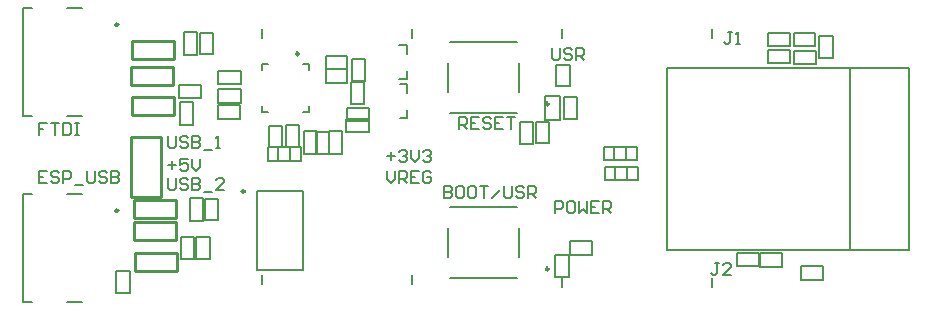
<source format=gto>
G04*
G04 #@! TF.GenerationSoftware,Altium Limited,Altium Designer,24.3.1 (35)*
G04*
G04 Layer_Color=65535*
%FSLAX25Y25*%
%MOIN*%
G70*
G04*
G04 #@! TF.SameCoordinates,18358673-9EB0-4F65-8AD0-3A3BFD57A4A7*
G04*
G04*
G04 #@! TF.FilePolarity,Positive*
G04*
G01*
G75*
%ADD10C,0.00984*%
%ADD11C,0.01000*%
%ADD12C,0.00600*%
%ADD13C,0.00787*%
%ADD14C,0.00500*%
%ADD15C,0.00800*%
D10*
X70386Y41992D02*
G03*
X70386Y41992I-492J0D01*
G01*
X88429Y87860D02*
G03*
X88429Y87860I-492J0D01*
G01*
X171752Y16142D02*
G03*
X171752Y16142I-492J0D01*
G01*
X28284Y35587D02*
G03*
X28284Y35587I-492J0D01*
G01*
Y97587D02*
G03*
X28284Y97587I-492J0D01*
G01*
X171752Y71142D02*
G03*
X171752Y71142I-492J0D01*
G01*
D11*
X42500Y40000D02*
Y60000D01*
X32500D02*
X42500D01*
X32500Y40000D02*
Y60000D01*
Y40000D02*
X42500D01*
X32700Y86200D02*
X46700D01*
X32700D02*
Y92200D01*
X46700D01*
Y86200D02*
Y92200D01*
X47800Y15400D02*
Y21400D01*
X33800D02*
X47800D01*
X33800Y15400D02*
Y21400D01*
Y15400D02*
X47800D01*
X46900Y67500D02*
Y73500D01*
X32900D02*
X46900D01*
X32900Y67500D02*
Y73500D01*
Y67500D02*
X46900D01*
X33500Y33100D02*
X47500D01*
X33500D02*
Y39100D01*
X47500D01*
Y33100D02*
Y39100D01*
X33500Y25900D02*
X47500D01*
X33500D02*
Y31900D01*
X47500D01*
Y25900D02*
Y31900D01*
X32600Y77400D02*
X46600D01*
X32600D02*
Y83400D01*
X46600D01*
Y77400D02*
Y83400D01*
D12*
X55400Y94900D02*
X59900D01*
Y87700D02*
Y94900D01*
X55400Y87700D02*
X59900D01*
X55400D02*
Y94900D01*
X76000Y11000D02*
Y14000D01*
X126000Y11000D02*
Y14000D01*
X176000Y10000D02*
Y13000D01*
X226000Y10000D02*
Y13000D01*
X76000Y93000D02*
Y96000D01*
X126000Y93000D02*
Y96000D01*
X176000Y93000D02*
Y96000D01*
X226000Y93000D02*
Y96000D01*
X178719Y25377D02*
X186219D01*
Y20977D02*
Y25377D01*
X178719Y20977D02*
X186219D01*
X178719D02*
Y25377D01*
X190399Y50300D02*
X197899D01*
Y45900D02*
Y50300D01*
X190399Y45900D02*
X197899D01*
X190399D02*
Y50300D01*
X176788Y66039D02*
Y73539D01*
X181188D01*
Y66039D02*
Y73539D01*
X176788Y66039D02*
X181188D01*
X48500Y73000D02*
Y77500D01*
X55700D01*
Y73000D02*
Y77500D01*
X48500Y73000D02*
X55700D01*
X61500Y76000D02*
X69000D01*
Y71600D02*
Y76000D01*
X61500Y71600D02*
X69000D01*
X61500D02*
Y76000D01*
X61600Y82300D02*
X69100D01*
Y77900D02*
Y82300D01*
X61600Y77900D02*
X69100D01*
X61600D02*
Y82300D01*
X193898Y45900D02*
X201398D01*
X193898D02*
Y50300D01*
X201398D01*
Y45900D02*
Y50300D01*
X201101Y52400D02*
Y56800D01*
X193601D02*
X201101D01*
X193601Y52400D02*
Y56800D01*
Y52400D02*
X201101D01*
X190101Y56800D02*
X197601D01*
Y52400D02*
Y56800D01*
X190101Y52400D02*
X197601D01*
X190101D02*
Y56800D01*
X81501Y52300D02*
X89001D01*
X81501D02*
Y56700D01*
X89001D01*
Y52300D02*
Y56700D01*
X27600Y15500D02*
X32100D01*
Y8300D02*
Y15500D01*
X27600Y8300D02*
X32100D01*
X27600D02*
Y15500D01*
X49000Y19400D02*
Y26900D01*
X53400D01*
Y19400D02*
Y26900D01*
X49000Y19400D02*
X53400D01*
X54200Y19593D02*
X58700D01*
X54200D02*
Y26793D01*
X58700D01*
Y19593D02*
Y26793D01*
X110284Y71089D02*
Y78589D01*
X105884Y71089D02*
X110284D01*
X105884D02*
Y78589D01*
X110284D01*
X104299Y65400D02*
X111799D01*
X104299D02*
Y69800D01*
X111799D01*
Y65400D02*
Y69800D01*
X104152Y66250D02*
X111652D01*
Y61850D02*
Y66250D01*
X104152Y61850D02*
X111652D01*
X104152D02*
Y66250D01*
X97392Y82814D02*
Y87314D01*
X104592D01*
Y82814D02*
Y87314D01*
X97392Y82814D02*
X104592D01*
X98300Y54600D02*
Y62100D01*
X102700D01*
Y54600D02*
Y62100D01*
X98300Y54600D02*
X102700D01*
X94000D02*
X98500D01*
X94000D02*
Y61800D01*
X98500D01*
Y54600D02*
Y61800D01*
X263107Y12600D02*
Y17100D01*
X255907Y12600D02*
X263107D01*
X255907D02*
Y17100D01*
X263107D01*
X51972Y39775D02*
X56372D01*
X51972Y32275D02*
Y39775D01*
Y32275D02*
X56372D01*
Y39775D01*
X77999Y52300D02*
Y56700D01*
Y52300D02*
X85499D01*
Y56700D01*
X77999D02*
X85499D01*
X61400Y66300D02*
Y70700D01*
Y66300D02*
X68900D01*
Y70700D01*
X61400D02*
X68900D01*
X90200Y62000D02*
X94600D01*
X90200Y54500D02*
Y62000D01*
Y54500D02*
X94600D01*
Y62000D01*
X48814Y64275D02*
X53214D01*
Y71775D01*
X48814D02*
X53214D01*
X48814Y64275D02*
Y71775D01*
X50023Y87565D02*
X54423D01*
Y95065D01*
X50023D02*
X54423D01*
X50023Y87565D02*
Y95065D01*
X244722Y90375D02*
Y94775D01*
Y90375D02*
X252222D01*
Y94775D01*
X244722D02*
X252222D01*
X244722Y84875D02*
Y89275D01*
Y84875D02*
X252222D01*
Y89275D01*
X244722D02*
X252222D01*
X249514Y16973D02*
Y21373D01*
X242014D02*
X249514D01*
X242014Y16973D02*
Y21373D01*
Y16973D02*
X249514D01*
X241900Y17000D02*
Y21400D01*
X234400D02*
X241900D01*
X234400Y17000D02*
Y21400D01*
Y17000D02*
X241900D01*
X106000Y78800D02*
X110400D01*
Y86300D01*
X106000D02*
X110400D01*
X106000Y78800D02*
Y86300D01*
X162000Y57800D02*
X166400D01*
Y65300D01*
X162000D02*
X166400D01*
X162000Y57800D02*
Y65300D01*
X57100Y32400D02*
Y39600D01*
Y32400D02*
X61600D01*
Y39600D01*
X57100D02*
X61600D01*
X84100Y56800D02*
Y64000D01*
Y56800D02*
X88600D01*
Y64000D01*
X84100D02*
X88600D01*
X78426Y56771D02*
Y63971D01*
Y56771D02*
X82926D01*
Y63971D01*
X78426D02*
X82926D01*
X261900Y86500D02*
Y93700D01*
Y86500D02*
X266400D01*
Y93700D01*
X261900D02*
X266400D01*
X97400Y78300D02*
X104600D01*
Y82800D01*
X97400D02*
X104600D01*
X97400Y78300D02*
Y82800D01*
X253422Y90375D02*
X260622D01*
Y94875D01*
X253422D02*
X260622D01*
X253422Y90375D02*
Y94875D01*
X253600Y84400D02*
X260800D01*
Y88900D01*
X253600D02*
X260800D01*
X253600Y84400D02*
Y88900D01*
X174200Y77100D02*
Y84300D01*
Y77100D02*
X178700D01*
Y84300D01*
X174200D02*
X178700D01*
X171900Y58000D02*
Y65200D01*
X167400D02*
X171900D01*
X167400Y58000D02*
Y65200D01*
Y58000D02*
X171900D01*
X178400Y13600D02*
Y20800D01*
X173900D02*
X178400D01*
X173900Y13600D02*
Y20800D01*
Y13600D02*
X178400D01*
D13*
X74520Y15811D02*
Y42189D01*
X89874Y15811D02*
Y42189D01*
X74520D02*
X89874D01*
X74520Y15811D02*
X89874D01*
X89906Y84374D02*
X91874D01*
Y82406D02*
Y84374D01*
X76126D02*
X78095D01*
X76126Y82406D02*
Y84374D01*
X89906Y68626D02*
X91874D01*
Y70595D01*
X76126Y68626D02*
X78095D01*
X76126D02*
Y70595D01*
X170606Y73796D02*
X175606D01*
X170606Y65796D02*
Y73796D01*
Y65796D02*
X174806D01*
X175606D02*
Y73796D01*
X174806Y65796D02*
X175606D01*
X161811Y20177D02*
Y29823D01*
X138878Y36811D02*
X161122D01*
X138189Y20177D02*
Y29823D01*
X138878Y13189D02*
X161122D01*
X122042Y77768D02*
X124601D01*
Y74914D02*
Y77768D01*
X122042Y66351D02*
X124601D01*
Y69205D01*
X121942Y79351D02*
X124501D01*
Y82205D01*
X121942Y90768D02*
X124501D01*
Y87914D02*
Y90768D01*
X-3409Y5016D02*
X-555D01*
X11059D02*
X15980D01*
X-3409D02*
Y41000D01*
X-555D01*
X11059D02*
X15980D01*
X11059Y103000D02*
X15980D01*
X-3409D02*
X-555D01*
X-3409Y67016D02*
Y103000D01*
X11059Y67016D02*
X15980D01*
X-3409D02*
X-555D01*
X138878Y68189D02*
X161122D01*
X138189Y75177D02*
Y84823D01*
X138878Y91811D02*
X161122D01*
X161811Y75177D02*
Y84823D01*
D14*
X272054Y22646D02*
Y83276D01*
X291936D01*
X211228D02*
X272054D01*
X211228Y22646D02*
Y83276D01*
Y22646D02*
X272054D01*
X291936D01*
Y83276D01*
X272054D02*
X291936D01*
X211228Y22646D02*
Y83276D01*
X272054Y22646D02*
X291936D01*
Y83276D01*
D15*
X172800Y89799D02*
Y86466D01*
X173467Y85800D01*
X174799D01*
X175466Y86466D01*
Y89799D01*
X179464Y89132D02*
X178798Y89799D01*
X177465D01*
X176799Y89132D01*
Y88466D01*
X177465Y87799D01*
X178798D01*
X179464Y87133D01*
Y86466D01*
X178798Y85800D01*
X177465D01*
X176799Y86466D01*
X180797Y85800D02*
Y89799D01*
X182797D01*
X183463Y89132D01*
Y87799D01*
X182797Y87133D01*
X180797D01*
X182130D02*
X183463Y85800D01*
X173800Y34800D02*
Y38799D01*
X175799D01*
X176466Y38132D01*
Y36799D01*
X175799Y36133D01*
X173800D01*
X179798Y38799D02*
X178465D01*
X177799Y38132D01*
Y35466D01*
X178465Y34800D01*
X179798D01*
X180464Y35466D01*
Y38132D01*
X179798Y38799D01*
X181797D02*
Y34800D01*
X183130Y36133D01*
X184463Y34800D01*
Y38799D01*
X188462D02*
X185796D01*
Y34800D01*
X188462D01*
X185796Y36799D02*
X187129D01*
X189795Y34800D02*
Y38799D01*
X191794D01*
X192461Y38132D01*
Y36799D01*
X191794Y36133D01*
X189795D01*
X191128D02*
X192461Y34800D01*
X117800Y53799D02*
X120466D01*
X119133Y55132D02*
Y52466D01*
X121799Y55132D02*
X122465Y55799D01*
X123798D01*
X124464Y55132D01*
Y54466D01*
X123798Y53799D01*
X123132D01*
X123798D01*
X124464Y53133D01*
Y52466D01*
X123798Y51800D01*
X122465D01*
X121799Y52466D01*
X125797Y55799D02*
Y53133D01*
X127130Y51800D01*
X128463Y53133D01*
Y55799D01*
X129796Y55132D02*
X130463Y55799D01*
X131796D01*
X132462Y55132D01*
Y54466D01*
X131796Y53799D01*
X131129D01*
X131796D01*
X132462Y53133D01*
Y52466D01*
X131796Y51800D01*
X130463D01*
X129796Y52466D01*
X136800Y43799D02*
Y39800D01*
X138799D01*
X139466Y40466D01*
Y41133D01*
X138799Y41799D01*
X136800D01*
X138799D01*
X139466Y42466D01*
Y43132D01*
X138799Y43799D01*
X136800D01*
X142798D02*
X141465D01*
X140799Y43132D01*
Y40466D01*
X141465Y39800D01*
X142798D01*
X143465Y40466D01*
Y43132D01*
X142798Y43799D01*
X146797D02*
X145464D01*
X144797Y43132D01*
Y40466D01*
X145464Y39800D01*
X146797D01*
X147463Y40466D01*
Y43132D01*
X146797Y43799D01*
X148796D02*
X151462D01*
X150129D01*
Y39800D01*
X152795D02*
X155461Y42466D01*
X156794Y43799D02*
Y40466D01*
X157460Y39800D01*
X158793D01*
X159459Y40466D01*
Y43799D01*
X163458Y43132D02*
X162792Y43799D01*
X161459D01*
X160792Y43132D01*
Y42466D01*
X161459Y41799D01*
X162792D01*
X163458Y41133D01*
Y40466D01*
X162792Y39800D01*
X161459D01*
X160792Y40466D01*
X164791Y39800D02*
Y43799D01*
X166790D01*
X167457Y43132D01*
Y41799D01*
X166790Y41133D01*
X164791D01*
X166124D02*
X167457Y39800D01*
X141800Y62800D02*
Y66799D01*
X143799D01*
X144466Y66132D01*
Y64799D01*
X143799Y64133D01*
X141800D01*
X143133D02*
X144466Y62800D01*
X148465Y66799D02*
X145799D01*
Y62800D01*
X148465D01*
X145799Y64799D02*
X147132D01*
X152463Y66132D02*
X151797Y66799D01*
X150464D01*
X149797Y66132D01*
Y65466D01*
X150464Y64799D01*
X151797D01*
X152463Y64133D01*
Y63466D01*
X151797Y62800D01*
X150464D01*
X149797Y63466D01*
X156462Y66799D02*
X153796D01*
Y62800D01*
X156462D01*
X153796Y64799D02*
X155129D01*
X157795Y66799D02*
X160461D01*
X159128D01*
Y62800D01*
X117800Y48799D02*
Y46133D01*
X119133Y44800D01*
X120466Y46133D01*
Y48799D01*
X121799Y44800D02*
Y48799D01*
X123798D01*
X124464Y48132D01*
Y46799D01*
X123798Y46133D01*
X121799D01*
X123132D02*
X124464Y44800D01*
X128463Y48799D02*
X125797D01*
Y44800D01*
X128463D01*
X125797Y46799D02*
X127130D01*
X132462Y48132D02*
X131796Y48799D01*
X130463D01*
X129796Y48132D01*
Y45466D01*
X130463Y44800D01*
X131796D01*
X132462Y45466D01*
Y46799D01*
X131129D01*
X44800Y46465D02*
Y43133D01*
X45466Y42466D01*
X46799D01*
X47466Y43133D01*
Y46465D01*
X51464Y45799D02*
X50798Y46465D01*
X49465D01*
X48799Y45799D01*
Y45132D01*
X49465Y44466D01*
X50798D01*
X51464Y43799D01*
Y43133D01*
X50798Y42466D01*
X49465D01*
X48799Y43133D01*
X52797Y46465D02*
Y42466D01*
X54797D01*
X55463Y43133D01*
Y43799D01*
X54797Y44466D01*
X52797D01*
X54797D01*
X55463Y45132D01*
Y45799D01*
X54797Y46465D01*
X52797D01*
X56796Y41800D02*
X59462D01*
X63461Y42466D02*
X60795D01*
X63461Y45132D01*
Y45799D01*
X62794Y46465D01*
X61461D01*
X60795Y45799D01*
X44800Y50799D02*
X47466D01*
X46133Y52132D02*
Y49466D01*
X51464Y52799D02*
X48799D01*
Y50799D01*
X50132Y51466D01*
X50798D01*
X51464Y50799D01*
Y49466D01*
X50798Y48800D01*
X49465D01*
X48799Y49466D01*
X52797Y52799D02*
Y50133D01*
X54130Y48800D01*
X55463Y50133D01*
Y52799D01*
X44800Y60465D02*
Y57133D01*
X45466Y56466D01*
X46799D01*
X47466Y57133D01*
Y60465D01*
X51464Y59799D02*
X50798Y60465D01*
X49465D01*
X48799Y59799D01*
Y59132D01*
X49465Y58466D01*
X50798D01*
X51464Y57799D01*
Y57133D01*
X50798Y56466D01*
X49465D01*
X48799Y57133D01*
X52797Y60465D02*
Y56466D01*
X54797D01*
X55463Y57133D01*
Y57799D01*
X54797Y58466D01*
X52797D01*
X54797D01*
X55463Y59132D01*
Y59799D01*
X54797Y60465D01*
X52797D01*
X56796Y55800D02*
X59462D01*
X60795Y56466D02*
X62128D01*
X61461D01*
Y60465D01*
X60795Y59799D01*
X4466Y48965D02*
X1800D01*
Y44966D01*
X4466D01*
X1800Y46966D02*
X3133D01*
X8465Y48299D02*
X7798Y48965D01*
X6465D01*
X5799Y48299D01*
Y47632D01*
X6465Y46966D01*
X7798D01*
X8465Y46299D01*
Y45633D01*
X7798Y44966D01*
X6465D01*
X5799Y45633D01*
X9797Y44966D02*
Y48965D01*
X11797D01*
X12463Y48299D01*
Y46966D01*
X11797Y46299D01*
X9797D01*
X13796Y44300D02*
X16462D01*
X17795Y48965D02*
Y45633D01*
X18461Y44966D01*
X19794D01*
X20461Y45633D01*
Y48965D01*
X24459Y48299D02*
X23793Y48965D01*
X22460D01*
X21793Y48299D01*
Y47632D01*
X22460Y46966D01*
X23793D01*
X24459Y46299D01*
Y45633D01*
X23793Y44966D01*
X22460D01*
X21793Y45633D01*
X25792Y48965D02*
Y44966D01*
X27792D01*
X28458Y45633D01*
Y46299D01*
X27792Y46966D01*
X25792D01*
X27792D01*
X28458Y47632D01*
Y48299D01*
X27792Y48965D01*
X25792D01*
X4466Y64799D02*
X1800D01*
Y62799D01*
X3133D01*
X1800D01*
Y60800D01*
X5799Y64799D02*
X8465D01*
X7132D01*
Y60800D01*
X9797Y64799D02*
Y60800D01*
X11797D01*
X12463Y61466D01*
Y64132D01*
X11797Y64799D01*
X9797D01*
X13796D02*
X15129D01*
X14463D01*
Y60800D01*
X13796D01*
X15129D01*
X228366Y18099D02*
X227033D01*
X227699D01*
Y14766D01*
X227033Y14100D01*
X226366D01*
X225700Y14766D01*
X232365Y14100D02*
X229699D01*
X232365Y16766D01*
Y17432D01*
X231698Y18099D01*
X230365D01*
X229699Y17432D01*
X232666Y95199D02*
X231333D01*
X231999D01*
Y91866D01*
X231333Y91200D01*
X230666D01*
X230000Y91866D01*
X233999Y91200D02*
X235332D01*
X234665D01*
Y95199D01*
X233999Y94532D01*
M02*

</source>
